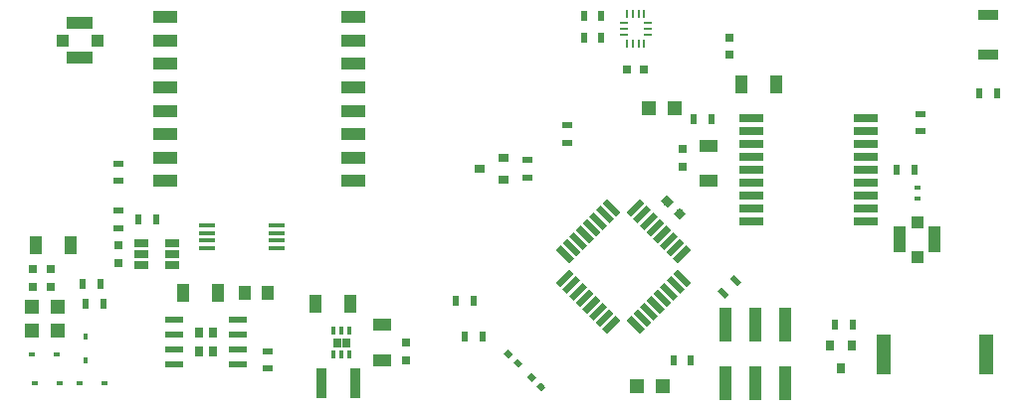
<source format=gtp>
G04 #@! TF.GenerationSoftware,KiCad,Pcbnew,(5.0.1-3-g963ef8bb5)*
G04 #@! TF.CreationDate,2020-05-04T17:29:04+02:00*
G04 #@! TF.ProjectId,trackix,747261636B69782E6B696361645F7063,rev?*
G04 #@! TF.SameCoordinates,Original*
G04 #@! TF.FileFunction,Paste,Top*
G04 #@! TF.FilePolarity,Positive*
%FSLAX46Y46*%
G04 Gerber Fmt 4.6, Leading zero omitted, Abs format (unit mm)*
G04 Created by KiCad (PCBNEW (5.0.1-3-g963ef8bb5)) date 2020 May 04, Monday 17:29:04*
%MOMM*%
%LPD*%
G01*
G04 APERTURE LIST*
%ADD10C,0.010000*%
%ADD11C,0.550000*%
%ADD12C,0.100000*%
%ADD13R,2.200000X1.050000*%
%ADD14R,1.000000X1.000000*%
%ADD15R,2.000000X1.000000*%
%ADD16R,1.300000X3.400000*%
%ADD17R,1.000000X1.250000*%
%ADD18R,1.000000X1.600000*%
%ADD19R,0.750000X0.800000*%
%ADD20R,1.600000X1.000000*%
%ADD21C,0.750000*%
%ADD22C,0.500000*%
%ADD23R,0.800000X0.750000*%
%ADD24R,1.200000X1.200000*%
%ADD25R,0.600000X0.450000*%
%ADD26R,0.450000X0.600000*%
%ADD27R,0.720000X0.960000*%
%ADD28R,1.550000X0.600000*%
%ADD29R,1.050000X2.200000*%
%ADD30R,1.000000X3.000000*%
%ADD31R,0.600000X0.400000*%
%ADD32R,0.900000X2.500000*%
%ADD33R,0.800000X0.900000*%
%ADD34R,1.450000X0.450000*%
%ADD35R,0.900000X0.800000*%
%ADD36R,0.900000X0.500000*%
%ADD37R,0.500000X0.900000*%
%ADD38R,1.700000X0.900000*%
%ADD39R,2.000000X0.700000*%
%ADD40R,1.220000X0.650000*%
%ADD41R,0.320000X0.660000*%
%ADD42R,0.250000X0.675000*%
%ADD43R,0.675000X0.250000*%
G04 APERTURE END LIST*
D10*
G04 #@! TO.C,U4*
G36*
X88820000Y-65070584D02*
X88820000Y-64430000D01*
X89439890Y-64430000D01*
X89439890Y-65070584D01*
X88820000Y-65070584D01*
G37*
X88820000Y-65070584D02*
X88820000Y-64430000D01*
X89439890Y-64430000D01*
X89439890Y-65070584D01*
X88820000Y-65070584D01*
G36*
X89560000Y-65070610D02*
X89560000Y-64430000D01*
X90181296Y-64430000D01*
X90181296Y-65070610D01*
X89560000Y-65070610D01*
G37*
X89560000Y-65070610D02*
X89560000Y-64430000D01*
X90181296Y-64430000D01*
X90181296Y-65070610D01*
X89560000Y-65070610D01*
G04 #@! TD*
D11*
G04 #@! TO.C,U1*
X108514897Y-57224695D03*
D12*
G36*
X109275037Y-57595926D02*
X108886128Y-57984835D01*
X107754757Y-56853464D01*
X108143666Y-56464555D01*
X109275037Y-57595926D01*
X109275037Y-57595926D01*
G37*
D11*
X109080583Y-56659010D03*
D12*
G36*
X109840723Y-57030241D02*
X109451814Y-57419150D01*
X108320443Y-56287779D01*
X108709352Y-55898870D01*
X109840723Y-57030241D01*
X109840723Y-57030241D01*
G37*
D11*
X109646268Y-56093324D03*
D12*
G36*
X110406408Y-56464555D02*
X110017499Y-56853464D01*
X108886128Y-55722093D01*
X109275037Y-55333184D01*
X110406408Y-56464555D01*
X110406408Y-56464555D01*
G37*
D11*
X110211953Y-55527639D03*
D12*
G36*
X110972093Y-55898870D02*
X110583184Y-56287779D01*
X109451813Y-55156408D01*
X109840722Y-54767499D01*
X110972093Y-55898870D01*
X110972093Y-55898870D01*
G37*
D11*
X110777639Y-54961953D03*
D12*
G36*
X111537779Y-55333184D02*
X111148870Y-55722093D01*
X110017499Y-54590722D01*
X110406408Y-54201813D01*
X111537779Y-55333184D01*
X111537779Y-55333184D01*
G37*
D11*
X111343324Y-54396268D03*
D12*
G36*
X112103464Y-54767499D02*
X111714555Y-55156408D01*
X110583184Y-54025037D01*
X110972093Y-53636128D01*
X112103464Y-54767499D01*
X112103464Y-54767499D01*
G37*
D11*
X111909010Y-53830583D03*
D12*
G36*
X112669150Y-54201814D02*
X112280241Y-54590723D01*
X111148870Y-53459352D01*
X111537779Y-53070443D01*
X112669150Y-54201814D01*
X112669150Y-54201814D01*
G37*
D11*
X112474695Y-53264897D03*
D12*
G36*
X113234835Y-53636128D02*
X112845926Y-54025037D01*
X111714555Y-52893666D01*
X112103464Y-52504757D01*
X113234835Y-53636128D01*
X113234835Y-53636128D01*
G37*
D11*
X114525305Y-53264897D03*
D12*
G36*
X114154074Y-54025037D02*
X113765165Y-53636128D01*
X114896536Y-52504757D01*
X115285445Y-52893666D01*
X114154074Y-54025037D01*
X114154074Y-54025037D01*
G37*
D11*
X115090990Y-53830583D03*
D12*
G36*
X114719759Y-54590723D02*
X114330850Y-54201814D01*
X115462221Y-53070443D01*
X115851130Y-53459352D01*
X114719759Y-54590723D01*
X114719759Y-54590723D01*
G37*
D11*
X115656676Y-54396268D03*
D12*
G36*
X115285445Y-55156408D02*
X114896536Y-54767499D01*
X116027907Y-53636128D01*
X116416816Y-54025037D01*
X115285445Y-55156408D01*
X115285445Y-55156408D01*
G37*
D11*
X116222361Y-54961953D03*
D12*
G36*
X115851130Y-55722093D02*
X115462221Y-55333184D01*
X116593592Y-54201813D01*
X116982501Y-54590722D01*
X115851130Y-55722093D01*
X115851130Y-55722093D01*
G37*
D11*
X116788047Y-55527639D03*
D12*
G36*
X116416816Y-56287779D02*
X116027907Y-55898870D01*
X117159278Y-54767499D01*
X117548187Y-55156408D01*
X116416816Y-56287779D01*
X116416816Y-56287779D01*
G37*
D11*
X117353732Y-56093324D03*
D12*
G36*
X116982501Y-56853464D02*
X116593592Y-56464555D01*
X117724963Y-55333184D01*
X118113872Y-55722093D01*
X116982501Y-56853464D01*
X116982501Y-56853464D01*
G37*
D11*
X117919417Y-56659010D03*
D12*
G36*
X117548186Y-57419150D02*
X117159277Y-57030241D01*
X118290648Y-55898870D01*
X118679557Y-56287779D01*
X117548186Y-57419150D01*
X117548186Y-57419150D01*
G37*
D11*
X118485103Y-57224695D03*
D12*
G36*
X118113872Y-57984835D02*
X117724963Y-57595926D01*
X118856334Y-56464555D01*
X119245243Y-56853464D01*
X118113872Y-57984835D01*
X118113872Y-57984835D01*
G37*
D11*
X118485103Y-59275305D03*
D12*
G36*
X119245243Y-59646536D02*
X118856334Y-60035445D01*
X117724963Y-58904074D01*
X118113872Y-58515165D01*
X119245243Y-59646536D01*
X119245243Y-59646536D01*
G37*
D11*
X117919417Y-59840990D03*
D12*
G36*
X118679557Y-60212221D02*
X118290648Y-60601130D01*
X117159277Y-59469759D01*
X117548186Y-59080850D01*
X118679557Y-60212221D01*
X118679557Y-60212221D01*
G37*
D11*
X117353732Y-60406676D03*
D12*
G36*
X118113872Y-60777907D02*
X117724963Y-61166816D01*
X116593592Y-60035445D01*
X116982501Y-59646536D01*
X118113872Y-60777907D01*
X118113872Y-60777907D01*
G37*
D11*
X116788047Y-60972361D03*
D12*
G36*
X117548187Y-61343592D02*
X117159278Y-61732501D01*
X116027907Y-60601130D01*
X116416816Y-60212221D01*
X117548187Y-61343592D01*
X117548187Y-61343592D01*
G37*
D11*
X116222361Y-61538047D03*
D12*
G36*
X116982501Y-61909278D02*
X116593592Y-62298187D01*
X115462221Y-61166816D01*
X115851130Y-60777907D01*
X116982501Y-61909278D01*
X116982501Y-61909278D01*
G37*
D11*
X115656676Y-62103732D03*
D12*
G36*
X116416816Y-62474963D02*
X116027907Y-62863872D01*
X114896536Y-61732501D01*
X115285445Y-61343592D01*
X116416816Y-62474963D01*
X116416816Y-62474963D01*
G37*
D11*
X115090990Y-62669417D03*
D12*
G36*
X115851130Y-63040648D02*
X115462221Y-63429557D01*
X114330850Y-62298186D01*
X114719759Y-61909277D01*
X115851130Y-63040648D01*
X115851130Y-63040648D01*
G37*
D11*
X114525305Y-63235103D03*
D12*
G36*
X115285445Y-63606334D02*
X114896536Y-63995243D01*
X113765165Y-62863872D01*
X114154074Y-62474963D01*
X115285445Y-63606334D01*
X115285445Y-63606334D01*
G37*
D11*
X112474695Y-63235103D03*
D12*
G36*
X112103464Y-63995243D02*
X111714555Y-63606334D01*
X112845926Y-62474963D01*
X113234835Y-62863872D01*
X112103464Y-63995243D01*
X112103464Y-63995243D01*
G37*
D11*
X111909010Y-62669417D03*
D12*
G36*
X111537779Y-63429557D02*
X111148870Y-63040648D01*
X112280241Y-61909277D01*
X112669150Y-62298186D01*
X111537779Y-63429557D01*
X111537779Y-63429557D01*
G37*
D11*
X111343324Y-62103732D03*
D12*
G36*
X110972093Y-62863872D02*
X110583184Y-62474963D01*
X111714555Y-61343592D01*
X112103464Y-61732501D01*
X110972093Y-62863872D01*
X110972093Y-62863872D01*
G37*
D11*
X110777639Y-61538047D03*
D12*
G36*
X110406408Y-62298187D02*
X110017499Y-61909278D01*
X111148870Y-60777907D01*
X111537779Y-61166816D01*
X110406408Y-62298187D01*
X110406408Y-62298187D01*
G37*
D11*
X110211953Y-60972361D03*
D12*
G36*
X109840722Y-61732501D02*
X109451813Y-61343592D01*
X110583184Y-60212221D01*
X110972093Y-60601130D01*
X109840722Y-61732501D01*
X109840722Y-61732501D01*
G37*
D11*
X109646268Y-60406676D03*
D12*
G36*
X109275037Y-61166816D02*
X108886128Y-60777907D01*
X110017499Y-59646536D01*
X110406408Y-60035445D01*
X109275037Y-61166816D01*
X109275037Y-61166816D01*
G37*
D11*
X109080583Y-59840990D03*
D12*
G36*
X108709352Y-60601130D02*
X108320443Y-60212221D01*
X109451814Y-59080850D01*
X109840723Y-59469759D01*
X108709352Y-60601130D01*
X108709352Y-60601130D01*
G37*
D11*
X108514897Y-59275305D03*
D12*
G36*
X108143666Y-60035445D02*
X107754757Y-59646536D01*
X108886128Y-58515165D01*
X109275037Y-58904074D01*
X108143666Y-60035445D01*
X108143666Y-60035445D01*
G37*
G04 #@! TD*
D13*
G04 #@! TO.C,J3*
X67250000Y-40475000D03*
X67250000Y-37525000D03*
D14*
X65750000Y-39000000D03*
X68750000Y-39000000D03*
G04 #@! TD*
D15*
G04 #@! TO.C,U5*
X74500000Y-51000000D03*
X74500000Y-49000000D03*
X74500000Y-47000000D03*
X74500000Y-45000000D03*
X74500000Y-43000000D03*
X74500000Y-41000000D03*
X74500000Y-39000000D03*
X74500000Y-37000000D03*
X90500000Y-37000000D03*
X90500000Y-39000000D03*
X90500000Y-41000000D03*
X90500000Y-43000000D03*
X90500000Y-45000000D03*
X90500000Y-47000000D03*
X90500000Y-49000000D03*
X90500000Y-51000000D03*
G04 #@! TD*
D16*
G04 #@! TO.C,BZ1*
X135650000Y-65750000D03*
X144350000Y-65750000D03*
G04 #@! TD*
D17*
G04 #@! TO.C,C1*
X83250000Y-60500000D03*
X81250000Y-60500000D03*
G04 #@! TD*
D18*
G04 #@! TO.C,C2*
X66500000Y-56500000D03*
X63500000Y-56500000D03*
G04 #@! TD*
D19*
G04 #@! TO.C,C3*
X70500000Y-58000000D03*
X70500000Y-56500000D03*
G04 #@! TD*
D20*
G04 #@! TO.C,C4*
X120750000Y-51000000D03*
X120750000Y-48000000D03*
G04 #@! TD*
D19*
G04 #@! TO.C,C5*
X118500000Y-49750000D03*
X118500000Y-48250000D03*
G04 #@! TD*
D18*
G04 #@! TO.C,C6*
X126500000Y-42750000D03*
X123500000Y-42750000D03*
G04 #@! TD*
D19*
G04 #@! TO.C,C7*
X122500000Y-38750000D03*
X122500000Y-40250000D03*
G04 #@! TD*
D21*
G04 #@! TO.C,C8*
X117219670Y-52719670D03*
D12*
G36*
X116671662Y-52701992D02*
X117201992Y-52171662D01*
X117767678Y-52737348D01*
X117237348Y-53267678D01*
X116671662Y-52701992D01*
X116671662Y-52701992D01*
G37*
D21*
X118280330Y-53780330D03*
D12*
G36*
X117732322Y-53762652D02*
X118262652Y-53232322D01*
X118828338Y-53798008D01*
X118298008Y-54328338D01*
X117732322Y-53762652D01*
X117732322Y-53762652D01*
G37*
G04 #@! TD*
D18*
G04 #@! TO.C,C9*
X87250000Y-61500000D03*
X90250000Y-61500000D03*
G04 #@! TD*
D22*
G04 #@! TO.C,C10*
X106500000Y-68500000D03*
D12*
G36*
X106111091Y-68464645D02*
X106464645Y-68111091D01*
X106888909Y-68535355D01*
X106535355Y-68888909D01*
X106111091Y-68464645D01*
X106111091Y-68464645D01*
G37*
D22*
X105722182Y-67722182D03*
D12*
G36*
X105333273Y-67686827D02*
X105686827Y-67333273D01*
X106111091Y-67757537D01*
X105757537Y-68111091D01*
X105333273Y-67686827D01*
X105333273Y-67686827D01*
G37*
G04 #@! TD*
D22*
G04 #@! TO.C,C11*
X104500000Y-66500000D03*
D12*
G36*
X104888909Y-66535355D02*
X104535355Y-66888909D01*
X104111091Y-66464645D01*
X104464645Y-66111091D01*
X104888909Y-66535355D01*
X104888909Y-66535355D01*
G37*
D22*
X103722182Y-65722182D03*
D12*
G36*
X104111091Y-65757537D02*
X103757537Y-66111091D01*
X103333273Y-65686827D01*
X103686827Y-65333273D01*
X104111091Y-65757537D01*
X104111091Y-65757537D01*
G37*
G04 #@! TD*
D20*
G04 #@! TO.C,C12*
X93000000Y-66250000D03*
X93000000Y-63250000D03*
G04 #@! TD*
D23*
G04 #@! TO.C,C13*
X63250000Y-58500000D03*
X64750000Y-58500000D03*
G04 #@! TD*
G04 #@! TO.C,C14*
X64750000Y-60000000D03*
X63250000Y-60000000D03*
G04 #@! TD*
D18*
G04 #@! TO.C,C15*
X79000000Y-60500000D03*
X76000000Y-60500000D03*
G04 #@! TD*
D19*
G04 #@! TO.C,C16*
X95000000Y-64750000D03*
X95000000Y-66250000D03*
G04 #@! TD*
D23*
G04 #@! TO.C,C17*
X113750000Y-41500000D03*
X115250000Y-41500000D03*
G04 #@! TD*
D24*
G04 #@! TO.C,D1*
X117850000Y-44750000D03*
X115650000Y-44750000D03*
G04 #@! TD*
G04 #@! TO.C,D2*
X116850000Y-68500000D03*
X114650000Y-68500000D03*
G04 #@! TD*
D25*
G04 #@! TO.C,D3*
X63450000Y-68250000D03*
X65550000Y-68250000D03*
G04 #@! TD*
D24*
G04 #@! TO.C,D7*
X63126464Y-63727980D03*
X65326464Y-63727980D03*
G04 #@! TD*
G04 #@! TO.C,D8*
X65326464Y-61727980D03*
X63126464Y-61727980D03*
G04 #@! TD*
D25*
G04 #@! TO.C,D9*
X67200000Y-68250000D03*
X69300000Y-68250000D03*
G04 #@! TD*
G04 #@! TO.C,D10*
X65300000Y-65750000D03*
X63200000Y-65750000D03*
G04 #@! TD*
D26*
G04 #@! TO.C,D11*
X67750000Y-66325000D03*
X67750000Y-64225000D03*
G04 #@! TD*
D27*
G04 #@! TO.C,IC2*
X78600000Y-65550000D03*
X78600000Y-63950000D03*
X77400000Y-65550000D03*
X77400000Y-63950000D03*
D28*
X75300000Y-66655000D03*
X75300000Y-65385000D03*
X75300000Y-64115000D03*
X75300000Y-62845000D03*
X80700000Y-62845000D03*
X80700000Y-64115000D03*
X80700000Y-65385000D03*
X80700000Y-66655000D03*
G04 #@! TD*
D14*
G04 #@! TO.C,J2*
X138500000Y-54500000D03*
X138500000Y-57500000D03*
D29*
X137025000Y-56000000D03*
X139975000Y-56000000D03*
G04 #@! TD*
D30*
G04 #@! TO.C,J4*
X127290000Y-68270000D03*
X127290000Y-63230000D03*
X124750000Y-68270000D03*
X124750000Y-63230000D03*
X122210000Y-68270000D03*
X122210000Y-63230000D03*
G04 #@! TD*
D31*
G04 #@! TO.C,L1*
X138500000Y-52450000D03*
X138500000Y-51550000D03*
G04 #@! TD*
D32*
G04 #@! TO.C,L2*
X90700000Y-68250000D03*
X87800000Y-68250000D03*
G04 #@! TD*
D33*
G04 #@! TO.C,Q1*
X132950000Y-65000000D03*
X131050000Y-65000000D03*
X132000000Y-67000000D03*
G04 #@! TD*
D34*
G04 #@! TO.C,Q3*
X83950000Y-54775000D03*
X83950000Y-55425000D03*
X83950000Y-56075000D03*
X83950000Y-56725000D03*
X78050000Y-56725000D03*
X78050000Y-56075000D03*
X78050000Y-55425000D03*
X78050000Y-54775000D03*
G04 #@! TD*
D35*
G04 #@! TO.C,Q5*
X101289926Y-49955010D03*
X103289926Y-49005010D03*
X103289926Y-50905010D03*
G04 #@! TD*
D36*
G04 #@! TO.C,R1*
X70500000Y-55000000D03*
X70500000Y-53500000D03*
G04 #@! TD*
D37*
G04 #@! TO.C,R2*
X73750000Y-54250000D03*
X72250000Y-54250000D03*
G04 #@! TD*
G04 #@! TO.C,R5*
X133000000Y-63250000D03*
X131500000Y-63250000D03*
G04 #@! TD*
G04 #@! TO.C,R6*
X145250000Y-43500000D03*
X143750000Y-43500000D03*
G04 #@! TD*
G04 #@! TO.C,R7*
X117750000Y-66250000D03*
X119250000Y-66250000D03*
G04 #@! TD*
G04 #@! TO.C,R8*
X111630182Y-38734873D03*
X110130182Y-38734873D03*
G04 #@! TD*
D36*
G04 #@! TO.C,R9*
X105289926Y-50705010D03*
X105289926Y-49205010D03*
G04 #@! TD*
G04 #@! TO.C,R10*
X70500000Y-51000000D03*
X70500000Y-49500000D03*
G04 #@! TD*
G04 #@! TO.C,R11*
X138750000Y-46750000D03*
X138750000Y-45250000D03*
G04 #@! TD*
G04 #@! TO.C,R12*
X108750000Y-47750000D03*
X108750000Y-46250000D03*
G04 #@! TD*
D37*
G04 #@! TO.C,R13*
X67750000Y-61500000D03*
X69250000Y-61500000D03*
G04 #@! TD*
G04 #@! TO.C,R14*
X67500000Y-59750000D03*
X69000000Y-59750000D03*
G04 #@! TD*
D36*
G04 #@! TO.C,R15*
X83250000Y-67000000D03*
X83250000Y-65500000D03*
G04 #@! TD*
D22*
G04 #@! TO.C,R16*
X121969670Y-60530330D03*
D12*
G36*
X121828249Y-60035355D02*
X122464645Y-60671751D01*
X122111091Y-61025305D01*
X121474695Y-60388909D01*
X121828249Y-60035355D01*
X121828249Y-60035355D01*
G37*
D22*
X123030330Y-59469670D03*
D12*
G36*
X122888909Y-58974695D02*
X123525305Y-59611091D01*
X123171751Y-59964645D01*
X122535355Y-59328249D01*
X122888909Y-58974695D01*
X122888909Y-58974695D01*
G37*
G04 #@! TD*
D37*
G04 #@! TO.C,R17*
X136750000Y-50000000D03*
X138250000Y-50000000D03*
G04 #@! TD*
G04 #@! TO.C,R18*
X119500000Y-45750000D03*
X121000000Y-45750000D03*
G04 #@! TD*
G04 #@! TO.C,R19*
X100750000Y-61250000D03*
X99250000Y-61250000D03*
G04 #@! TD*
G04 #@! TO.C,R20*
X101500000Y-64250000D03*
X100000000Y-64250000D03*
G04 #@! TD*
G04 #@! TO.C,R21*
X110130182Y-36883606D03*
X111630182Y-36883606D03*
G04 #@! TD*
D38*
G04 #@! TO.C,reset1*
X144500000Y-40200000D03*
X144500000Y-36800000D03*
G04 #@! TD*
D39*
G04 #@! TO.C,U2*
X124400000Y-45600000D03*
X124400000Y-46700000D03*
X124400000Y-47800000D03*
X124400000Y-48900000D03*
X124400000Y-50000000D03*
X124400000Y-51100000D03*
X124400000Y-52200000D03*
X124400000Y-53300000D03*
X124400000Y-54400000D03*
X134100000Y-54400000D03*
X134100000Y-53300000D03*
X134100000Y-52200000D03*
X134100000Y-51100000D03*
X134100000Y-50000000D03*
X134100000Y-48900000D03*
X134100000Y-47800000D03*
X134100000Y-46700000D03*
X134100000Y-45600000D03*
G04 #@! TD*
D40*
G04 #@! TO.C,U3*
X72440000Y-58200000D03*
X72440000Y-57250000D03*
X72440000Y-56300000D03*
X75060000Y-56300000D03*
X75060000Y-57250000D03*
X75060000Y-58200000D03*
G04 #@! TD*
D41*
G04 #@! TO.C,U4*
X88850000Y-65780000D03*
X89500000Y-65780000D03*
X90150000Y-65780000D03*
X90150000Y-63720000D03*
X89500000Y-63720000D03*
X88850000Y-63720000D03*
G04 #@! TD*
D42*
G04 #@! TO.C,U6*
X113765302Y-36722373D03*
X114265302Y-36722373D03*
X114765302Y-36722373D03*
X115265302Y-36722373D03*
X115265302Y-39247373D03*
X114765302Y-39247373D03*
X114265302Y-39247373D03*
X113765302Y-39247373D03*
D43*
X115527802Y-37484873D03*
X115527802Y-37984873D03*
X115527802Y-38484873D03*
X113502802Y-37484873D03*
X113502802Y-38484873D03*
X113502802Y-37984873D03*
G04 #@! TD*
M02*

</source>
